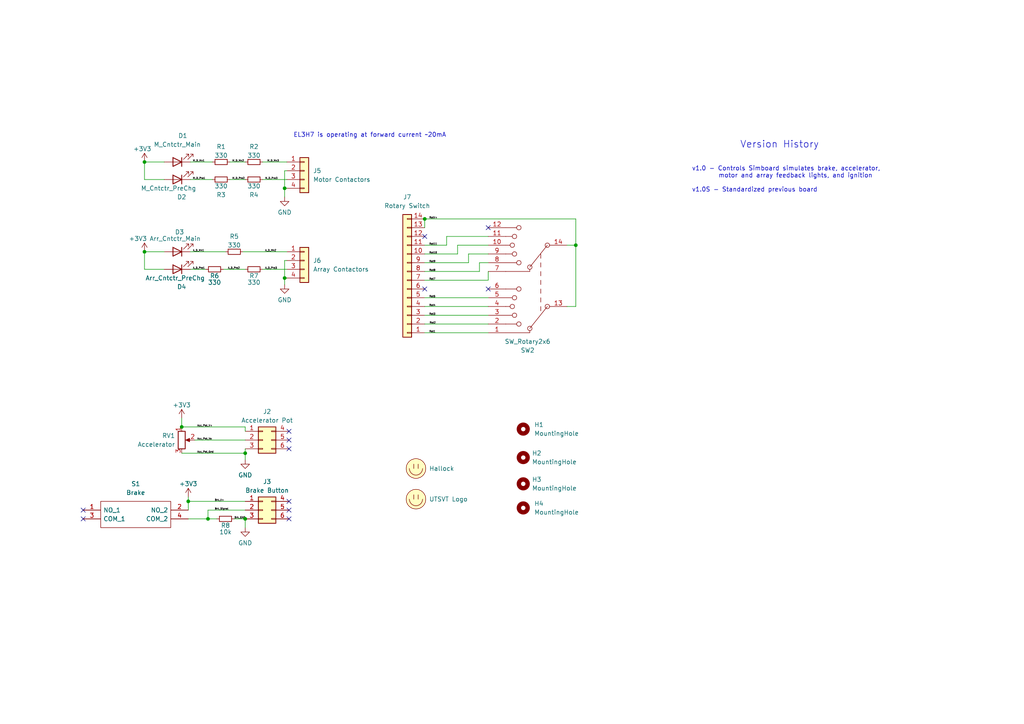
<source format=kicad_sch>
(kicad_sch (version 20230121) (generator eeschema)
  (paper "A4")
  (lib_symbols
    (symbol "Connector_Generic:Conn_01x04" (pin_names (offset 1.016) hide)
      (property "Reference" "J" (at 0 5.08 0))
      (property "Value" "Conn_01x04" (at 0 -7.62 0))
      (symbol "Conn_01x04_1_1"
        (rectangle (start -1.27 -4.953) (end 0 -5.207) (stroke (width 0.1524)))
        (rectangle (start -1.27 -2.413) (end 0 -2.667) (stroke (width 0.1524)))
        (rectangle (start -1.27 0.127) (end 0 -0.127) (stroke (width 0.1524)))
        (rectangle (start -1.27 2.667) (end 0 2.413) (stroke (width 0.1524)))
        (rectangle (start -1.27 3.81) (end 1.27 -6.35) (stroke (width 0.254)) (fill (type background)))
        (pin passive line (at -5.08 2.54 0) (length 3.81) (name "Pin_1") (number "1"))
        (pin passive line (at -5.08 0 0) (length 3.81) (name "Pin_2") (number "2"))
        (pin passive line (at -5.08 -2.54 0) (length 3.81) (name "Pin_3") (number "3"))
        (pin passive line (at -5.08 -5.08 0) (length 3.81) (name "Pin_4") (number "4"))
      )
    )
    (symbol "Connector_Generic:Conn_01x14" (pin_names (offset 1.016) hide)
      (property "Reference" "J" (at 0 17.78 0))
      (property "Value" "Conn_01x14" (at 0 -20.32 0))
      (symbol "Conn_01x14_1_1"
        (rectangle (start -1.27 -17.653) (end 0 -17.907) (stroke (width 0.1524)))
        (rectangle (start -1.27 -15.113) (end 0 -15.367) (stroke (width 0.1524)))
        (rectangle (start -1.27 -12.573) (end 0 -12.827) (stroke (width 0.1524)))
        (rectangle (start -1.27 -10.033) (end 0 -10.287) (stroke (width 0.1524)))
        (rectangle (start -1.27 -7.493) (end 0 -7.747) (stroke (width 0.1524)))
        (rectangle (start -1.27 -4.953) (end 0 -5.207) (stroke (width 0.1524)))
        (rectangle (start -1.27 -2.413) (end 0 -2.667) (stroke (width 0.1524)))
        (rectangle (start -1.27 0.127) (end 0 -0.127) (stroke (width 0.1524)))
        (rectangle (start -1.27 2.667) (end 0 2.413) (stroke (width 0.1524)))
        (rectangle (start -1.27 5.207) (end 0 4.953) (stroke (width 0.1524)))
        (rectangle (start -1.27 7.747) (end 0 7.493) (stroke (width 0.1524)))
        (rectangle (start -1.27 10.287) (end 0 10.033) (stroke (width 0.1524)))
        (rectangle (start -1.27 12.827) (end 0 12.573) (stroke (width 0.1524)))
        (rectangle (start -1.27 15.367) (end 0 15.113) (stroke (width 0.1524)))
        (rectangle (start -1.27 16.51) (end 1.27 -19.05) (stroke (width 0.254)) (fill (type background)))
        (pin passive line (at -5.08 15.24 0) (length 3.81) (name "Pin_1") (number "1"))
        (pin passive line (at -5.08 -7.62 0) (length 3.81) (name "Pin_10") (number "10"))
        (pin passive line (at -5.08 -10.16 0) (length 3.81) (name "Pin_11") (number "11"))
        (pin passive line (at -5.08 -12.7 0) (length 3.81) (name "Pin_12") (number "12"))
        (pin passive line (at -5.08 -15.24 0) (length 3.81) (name "Pin_13") (number "13"))
        (pin passive line (at -5.08 -17.78 0) (length 3.81) (name "Pin_14") (number "14"))
        (pin passive line (at -5.08 12.7 0) (length 3.81) (name "Pin_2") (number "2"))
        (pin passive line (at -5.08 10.16 0) (length 3.81) (name "Pin_3") (number "3"))
        (pin passive line (at -5.08 7.62 0) (length 3.81) (name "Pin_4") (number "4"))
        (pin passive line (at -5.08 5.08 0) (length 3.81) (name "Pin_5") (number "5"))
        (pin passive line (at -5.08 2.54 0) (length 3.81) (name "Pin_6") (number "6"))
        (pin passive line (at -5.08 0 0) (length 3.81) (name "Pin_7") (number "7"))
        (pin passive line (at -5.08 -2.54 0) (length 3.81) (name "Pin_8") (number "8"))
        (pin passive line (at -5.08 -5.08 0) (length 3.81) (name "Pin_9") (number "9"))
      )
    )
    (symbol "Connector_Generic:Conn_02x03_Top_Bottom" (pin_names (offset 1.016) hide)
      (property "Reference" "J" (at 1.27 5.08 0))
      (property "Value" "Conn_02x03_Top_Bottom" (at 1.27 -5.08 0))
      (symbol "Conn_02x03_Top_Bottom_1_1"
        (rectangle (start -1.27 -2.413) (end 0 -2.667) (stroke (width 0.1524)))
        (rectangle (start -1.27 0.127) (end 0 -0.127) (stroke (width 0.1524)))
        (rectangle (start -1.27 2.667) (end 0 2.413) (stroke (width 0.1524)))
        (rectangle (start -1.27 3.81) (end 3.81 -3.81) (stroke (width 0.254)) (fill (type background)))
        (rectangle (start 3.81 -2.413) (end 2.54 -2.667) (stroke (width 0.1524)))
        (rectangle (start 3.81 0.127) (end 2.54 -0.127) (stroke (width 0.1524)))
        (rectangle (start 3.81 2.667) (end 2.54 2.413) (stroke (width 0.1524)))
        (pin passive line (at -5.08 2.54 0) (length 3.81) (name "Pin_1") (number "1"))
        (pin passive line (at -5.08 0 0) (length 3.81) (name "Pin_2") (number "2"))
        (pin passive line (at -5.08 -2.54 0) (length 3.81) (name "Pin_3") (number "3"))
        (pin passive line (at 7.62 2.54 180) (length 3.81) (name "Pin_4") (number "4"))
        (pin passive line (at 7.62 0 180) (length 3.81) (name "Pin_5") (number "5"))
        (pin passive line (at 7.62 -2.54 180) (length 3.81) (name "Pin_6") (number "6"))
      )
    )
    (symbol "Device:LED" (pin_numbers hide) (pin_names (offset 1.016) hide)
      (property "Reference" "D" (at 0 2.54 0))
      (property "Value" "LED" (at 0 -2.54 0))
      (symbol "LED_0_1"
        (polyline (pts (xy -1.27 -1.27) (xy -1.27 1.27)) (stroke (width 0.254)))
        (polyline (pts (xy -1.27 0) (xy 1.27 0)))
        (polyline (pts (xy 1.27 -1.27) (xy 1.27 1.27) (xy -1.27 0) (xy 1.27 -1.27)) (stroke (width 0.254)))
        (polyline (pts (xy -3.048 -0.762) (xy -4.572 -2.286) (xy -3.81 -2.286) (xy -4.572 -2.286) (xy -4.572 -1.524)))
        (polyline (pts (xy -1.778 -0.762) (xy -3.302 -2.286) (xy -2.54 -2.286) (xy -3.302 -2.286) (xy -3.302 -1.524)))
      )
      (symbol "LED_1_1"
        (pin passive line (at -3.81 0 0) (length 2.54) (name "K") (number "1"))
        (pin passive line (at 3.81 0 180) (length 2.54) (name "A") (number "2"))
      )
    )
    (symbol "Device:R_Potentiometer" (pin_names (offset 1.016) hide)
      (property "Reference" "RV" (at -4.445 0 90))
      (property "Value" "R_Potentiometer" (at -2.54 0 90))
      (symbol "R_Potentiometer_0_1"
        (polyline (pts (xy 2.54 0) (xy 1.524 0)))
        (polyline (pts (xy 1.143 0) (xy 2.286 0.508) (xy 2.286 -0.508) (xy 1.143 0)) (fill (type outline)))
        (rectangle (start 1.016 2.54) (end -1.016 -2.54) (stroke (width 0.254)))
      )
      (symbol "R_Potentiometer_1_1"
        (pin passive line (at 0 3.81 270) (length 1.27) (name "1") (number "1"))
        (pin passive line (at 3.81 0 180) (length 1.27) (name "2") (number "2"))
        (pin passive line (at 0 -3.81 90) (length 1.27) (name "3") (number "3"))
      )
    )
    (symbol "Device:R_Small" (pin_numbers hide) (pin_names (offset 0.254) hide)
      (property "Reference" "R" (at 0.762 0.508 0))
      (property "Value" "R_Small" (at 0.762 -1.016 0))
      (symbol "R_Small_0_1"
        (rectangle (start -0.762 1.778) (end 0.762 -1.778) (stroke (width 0.2032)))
      )
      (symbol "R_Small_1_1"
        (pin passive line (at 0 2.54 270) (length 0.762) (name "~") (number "1"))
        (pin passive line (at 0 -2.54 90) (length 0.762) (name "~") (number "2"))
      )
    )
    (symbol "Mechanical:MountingHole" (pin_names (offset 1.016))
      (property "Reference" "H" (at 0 5.08 0))
      (property "Value" "MountingHole" (at 0 3.175 0))
      (symbol "MountingHole_0_1"
        (circle (center 0 0) (radius 1.27) (stroke (width 1.27)))
      )
    )
    (symbol "Switch:SW_Rotary2x6" (pin_names (offset 1.016) hide)
      (property "Reference" "SW" (at 0 17.78 0))
      (property "Value" "SW_Rotary2x6" (at 0 -17.78 0))
      (symbol "SW_Rotary2x6_0_0"
        (circle (center -4.445 -10.16) (radius 0.635))
        (circle (center -4.445 7.62) (radius 0.635))
        (polyline (pts (xy -4.445 -10.16) (xy 0.635 -3.81)))
        (polyline (pts (xy -4.445 7.62) (xy 0.635 13.97)))
        (polyline (pts (xy -2.54 -7.62) (xy -2.54 -6.35)))
        (polyline (pts (xy -2.54 -5.08) (xy -2.54 -3.81)))
        (polyline (pts (xy -2.54 -2.54) (xy -2.54 -1.27)))
        (polyline (pts (xy -2.54 0) (xy -2.54 1.27)))
        (polyline (pts (xy -2.54 2.54) (xy -2.54 3.81)))
        (polyline (pts (xy -2.54 5.08) (xy -2.54 6.35)))
        (polyline (pts (xy -2.54 7.62) (xy -2.54 8.89)))
        (polyline (pts (xy 4.445 -5.08) (xy 7.62 -5.08)))
        (polyline (pts (xy 4.445 12.7) (xy 7.62 12.7)))
        (polyline (pts (xy 5.715 -12.7) (xy 7.62 -12.7)))
        (polyline (pts (xy 5.715 -7.62) (xy 7.62 -7.62)))
        (polyline (pts (xy 5.715 5.08) (xy 7.62 5.08)))
        (polyline (pts (xy 5.715 10.16) (xy 7.62 10.16)))
        (polyline (pts (xy 6.35 -10.16) (xy 7.62 -10.16)))
        (polyline (pts (xy 6.35 7.62) (xy 7.62 7.62)))
        (polyline (pts (xy 7.62 -15.24) (xy 4.445 -15.24)))
        (polyline (pts (xy 7.62 2.54) (xy 4.445 2.54)))
        (polyline (pts (xy 0.635 -3.175) (xy 0.635 -2.54) (xy 7.62 -2.54)))
        (polyline (pts (xy 0.635 14.605) (xy 0.635 15.24) (xy 7.62 15.24)))
        (circle (center 0.635 -3.81) (radius 0.635))
        (circle (center 0.635 13.97) (radius 0.635))
        (circle (center 3.81 -15.24) (radius 0.635))
        (circle (center 3.81 -5.08) (radius 0.635))
        (circle (center 3.81 2.54) (radius 0.635))
        (circle (center 3.81 12.7) (radius 0.635))
        (circle (center 5.08 -12.7) (radius 0.635))
        (circle (center 5.08 -7.62) (radius 0.635))
        (circle (center 5.08 5.08) (radius 0.635))
        (circle (center 5.08 10.16) (radius 0.635))
        (circle (center 5.715 -10.16) (radius 0.635))
        (circle (center 5.715 7.62) (radius 0.635))
      )
      (symbol "SW_Rotary2x6_0_1"
        (pin passive line (at 12.7 15.24 180) (length 5.08) (name "1") (number "1"))
        (pin passive line (at 12.7 -10.16 180) (length 5.08) (name "10") (number "10"))
        (pin passive line (at 12.7 -12.7 180) (length 5.08) (name "11") (number "11"))
        (pin passive line (at 12.7 -15.24 180) (length 5.08) (name "12") (number "12"))
        (pin passive line (at -10.16 7.62 0) (length 5.08) (name "13") (number "13"))
        (pin passive line (at -10.16 -10.16 0) (length 5.08) (name "14") (number "14"))
        (pin passive line (at 12.7 12.7 180) (length 5.08) (name "2") (number "2"))
        (pin passive line (at 12.7 10.16 180) (length 5.08) (name "3") (number "3"))
        (pin passive line (at 12.7 7.62 180) (length 5.08) (name "4") (number "4"))
        (pin passive line (at 12.7 5.08 180) (length 5.08) (name "5") (number "5"))
        (pin passive line (at 12.7 2.54 180) (length 5.08) (name "6") (number "6"))
        (pin passive line (at 12.7 -2.54 180) (length 5.08) (name "7") (number "7"))
        (pin passive line (at 12.7 -5.08 180) (length 5.08) (name "8") (number "8"))
        (pin passive line (at 12.7 -7.62 180) (length 5.08) (name "9") (number "9"))
      )
    )
    (symbol "TS16-1212-95-BK-260-SMT-TR:TS16-1212-95-BK-260-SMT-TR" (pin_names (offset 0.762))
      (property "Reference" "S" (at 26.67 7.62 0))
      (property "Value" "TS16-1212-95-BK-260-SMT-TR" (at 26.67 5.08 0))
      (symbol "TS16-1212-95-BK-260-SMT-TR_0_0"
        (pin passive line (at 0 0 0) (length 5.08) (name "NO_1") (number "1"))
        (pin passive line (at 30.48 0 180) (length 5.08) (name "NO_2") (number "2"))
        (pin passive line (at 0 -2.54 0) (length 5.08) (name "COM_1") (number "3"))
        (pin passive line (at 30.48 -2.54 180) (length 5.08) (name "COM_2") (number "4"))
      )
      (symbol "TS16-1212-95-BK-260-SMT-TR_0_1"
        (polyline (pts (xy 5.08 2.54) (xy 25.4 2.54) (xy 25.4 -5.08) (xy 5.08 -5.08) (xy 5.08 2.54)) (stroke (width 0.1524)))
      )
    )
    (symbol "power:+3V3" (power) (pin_names (offset 0))
      (property "Value" "+3V3" (at 0 3.556 0))
      (symbol "+3V3_0_1"
        (polyline (pts (xy -0.762 1.27) (xy 0 2.54)))
        (polyline (pts (xy 0 0) (xy 0 2.54)))
        (polyline (pts (xy 0 2.54) (xy 0.762 1.27)))
      )
      (symbol "+3V3_1_1"
        (pin power_in line (at 0 0 90) (length 0) hide (name "+3V3") (number "1"))
      )
    )
    (symbol "power:GND" (power) (pin_names (offset 0))
      (property "Value" "GND" (at 0 -3.81 0))
      (symbol "GND_0_1"
        (polyline (pts (xy 0 0) (xy 0 -1.27) (xy 1.27 -1.27) (xy 0 -2.54) (xy -1.27 -1.27) (xy 0 -1.27)))
      )
      (symbol "GND_1_1"
        (pin power_in line (at 0 0 270) (length 0) hide (name "GND") (number "1"))
      )
    )
    (symbol "utsvt-misc:Logo_Placeholder" (pin_names (offset 1.016))
      (property "Value" "Logo_Placeholder" (at 0 3.81 0))
      (symbol "Logo_Placeholder_0_1"
        (arc (start -1.905 0) (mid 0 -1.8967) (end 1.905 0))
        (polyline (pts (xy -0.635 1.27) (xy -0.635 0)))
        (polyline (pts (xy 0.635 1.27) (xy 0.635 0)))
        (circle (center 0 0) (radius 2.8448) (fill (type background)))
      )
    )
  )
  (junction (at 41.91 46.99))
  (junction (at 123.19 63.5))
  (junction (at 41.91 73.025))
  (junction (at 82.55 80.645))
  (junction (at 82.55 54.61))
  (junction (at 167.005 71.12))
  (junction (at 52.705 123.825))
  (junction (at 71.12 150.495))
  (junction (at 54.61 145.415))
  (junction (at 71.12 131.445))
  (junction (at 60.325 150.495))
  (no_connect (at 141.605 83.82))
  (no_connect (at 141.605 66.04))
  (no_connect (at 123.19 83.82))
  (no_connect (at 123.19 68.58))
  (no_connect (at 83.82 125.095))
  (no_connect (at 83.82 127.635))
  (no_connect (at 83.82 130.175))
  (no_connect (at 83.82 145.415))
  (no_connect (at 83.82 147.955))
  (no_connect (at 83.82 150.495))
  (no_connect (at 24.13 147.955))
  (no_connect (at 24.13 150.495))
  (wire (pts (xy 82.55 49.53) (xy 82.55 54.61)))
  (wire (pts (xy 52.705 123.825) (xy 71.12 123.825)))
  (wire (pts (xy 135.89 73.66) (xy 135.89 76.2)))
  (wire (pts (xy 66.675 52.07) (xy 71.12 52.07)))
  (wire (pts (xy 167.005 71.12) (xy 167.005 63.5)))
  (wire (pts (xy 66.675 46.99) (xy 71.12 46.99)))
  (wire (pts (xy 141.605 68.58) (xy 129.54 68.58)))
  (wire (pts (xy 55.245 73.025) (xy 65.405 73.025)))
  (wire (pts (xy 54.61 144.145) (xy 54.61 145.415)))
  (wire (pts (xy 47.625 52.07) (xy 41.91 52.07)))
  (wire (pts (xy 164.465 88.9) (xy 167.005 88.9)))
  (wire (pts (xy 82.55 80.645) (xy 83.185 80.645)))
  (wire (pts (xy 54.61 147.955) (xy 54.61 145.415)))
  (wire (pts (xy 123.19 66.04) (xy 123.19 63.5)))
  (wire (pts (xy 55.245 46.99) (xy 61.595 46.99)))
  (wire (pts (xy 82.55 75.565) (xy 82.55 80.645)))
  (wire (pts (xy 47.625 78.105) (xy 41.91 78.105)))
  (wire (pts (xy 64.77 78.105) (xy 71.12 78.105)))
  (wire (pts (xy 129.54 68.58) (xy 129.54 71.12)))
  (wire (pts (xy 141.605 73.66) (xy 135.89 73.66)))
  (wire (pts (xy 41.91 78.105) (xy 41.91 73.025)))
  (wire (pts (xy 71.12 131.445) (xy 71.12 133.35)))
  (wire (pts (xy 167.005 88.9) (xy 167.005 71.12)))
  (wire (pts (xy 141.605 93.98) (xy 123.19 93.98)))
  (wire (pts (xy 141.605 86.36) (xy 123.19 86.36)))
  (wire (pts (xy 56.515 127.635) (xy 71.12 127.635)))
  (wire (pts (xy 71.12 150.495) (xy 71.12 153.035)))
  (wire (pts (xy 55.245 78.105) (xy 59.69 78.105)))
  (wire (pts (xy 141.605 88.9) (xy 123.19 88.9)))
  (wire (pts (xy 60.325 147.955) (xy 71.12 147.955)))
  (wire (pts (xy 139.065 76.2) (xy 139.065 78.74)))
  (wire (pts (xy 52.705 121.285) (xy 52.705 123.825)))
  (wire (pts (xy 83.185 75.565) (xy 82.55 75.565)))
  (wire (pts (xy 76.2 52.07) (xy 83.185 52.07)))
  (wire (pts (xy 132.715 73.66) (xy 123.19 73.66)))
  (wire (pts (xy 167.005 71.12) (xy 164.465 71.12)))
  (wire (pts (xy 76.2 78.105) (xy 83.185 78.105)))
  (wire (pts (xy 141.605 71.12) (xy 132.715 71.12)))
  (wire (pts (xy 55.245 52.07) (xy 61.595 52.07)))
  (wire (pts (xy 54.61 150.495) (xy 60.325 150.495)))
  (wire (pts (xy 141.605 81.28) (xy 141.605 78.74)))
  (wire (pts (xy 52.705 131.445) (xy 71.12 131.445)))
  (wire (pts (xy 82.55 54.61) (xy 83.185 54.61)))
  (wire (pts (xy 141.605 91.44) (xy 123.19 91.44)))
  (wire (pts (xy 54.61 145.415) (xy 71.12 145.415)))
  (wire (pts (xy 135.89 76.2) (xy 123.19 76.2)))
  (wire (pts (xy 71.12 123.825) (xy 71.12 125.095)))
  (wire (pts (xy 71.12 131.445) (xy 71.12 130.175)))
  (wire (pts (xy 70.485 73.025) (xy 83.185 73.025)))
  (wire (pts (xy 82.55 54.61) (xy 82.55 57.15)))
  (wire (pts (xy 41.91 46.99) (xy 47.625 46.99)))
  (wire (pts (xy 60.325 150.495) (xy 62.865 150.495)))
  (wire (pts (xy 83.185 49.53) (xy 82.55 49.53)))
  (wire (pts (xy 60.325 150.495) (xy 60.325 147.955)))
  (wire (pts (xy 67.945 150.495) (xy 71.12 150.495)))
  (wire (pts (xy 141.605 96.52) (xy 123.19 96.52)))
  (wire (pts (xy 141.605 76.2) (xy 139.065 76.2)))
  (wire (pts (xy 41.91 73.025) (xy 47.625 73.025)))
  (wire (pts (xy 76.2 46.99) (xy 83.185 46.99)))
  (wire (pts (xy 139.065 78.74) (xy 123.19 78.74)))
  (wire (pts (xy 167.005 63.5) (xy 123.19 63.5)))
  (wire (pts (xy 129.54 71.12) (xy 123.19 71.12)))
  (wire (pts (xy 141.605 81.28) (xy 123.19 81.28)))
  (wire (pts (xy 82.55 80.645) (xy 82.55 82.55)))
  (wire (pts (xy 41.91 52.07) (xy 41.91 46.99)))
  (wire (pts (xy 132.715 71.12) (xy 132.715 73.66)))
  (text "v1.0 - Controls Simboard simulates brake, accelerator,\n	   motor and array feedback lights, and ignition\n\nv1.0S - Standardized previous board" (at 200.66 55.88 0) (effects (font (size 1.27 1.27)) (justify left bottom)))
  (text "EL3H7 is operating at forward current ~20mA" (at 85.09 40.005 0) (effects (font (size 1.27 1.27)) (justify left bottom)))
  (text "Version History" (at 214.63 43.18 0) (effects (font (size 2 2)) (justify left bottom)))
  (label "M_D_Pre1" (at 55.88 52.07 0) (effects (font (size 0.5 0.5))))
  (label "M_D_Mn2" (at 67.31 46.99 0) (effects (font (size 0.5 0.5))))
  (label "Brk_GND" (at 67.945 150.495 0) (effects (font (size 0.5 0.5))))
  (label "Rot3" (at 124.46 91.44 0) (effects (font (size 0.5 0.5))))
  (label "Brk_Signal" (at 62.23 147.955 0) (effects (font (size 0.5 0.5))))
  (label "Rot1" (at 124.46 96.52 0) (effects (font (size 0.5 0.5))))
  (label "A_D_Pre3" (at 76.835 78.105 0) (effects (font (size 0.5 0.5))))
  (label "Rot10" (at 124.46 73.66 0) (effects (font (size 0.5 0.5))))
  (label "Rot11" (at 124.46 71.12 0) (effects (font (size 0.5 0.5))))
  (label "Brk_V+" (at 62.23 145.415 0) (effects (font (size 0.5 0.5))))
  (label "A_D_Pre2" (at 66.04 78.105 0) (effects (font (size 0.5 0.5))))
  (label "Rot5" (at 124.46 86.36 0) (effects (font (size 0.5 0.5))))
  (label "Acc_Pot_V+" (at 57.15 123.825 0) (effects (font (size 0.5 0.5))))
  (label "M_D_Mn3" (at 77.47 46.99 0) (effects (font (size 0.5 0.5))))
  (label "Rot7" (at 124.46 81.28 0) (effects (font (size 0.5 0.5))))
  (label "Acc_Pot_Gnd" (at 57.15 131.445 0) (effects (font (size 0.5 0.5))))
  (label "Rot9" (at 124.46 76.2 0) (effects (font (size 0.5 0.5))))
  (label "Rot2" (at 124.5398 93.98 0) (effects (font (size 0.5 0.5))))
  (label "A_D_Mn1" (at 55.88 73.025 0) (effects (font (size 0.5 0.5))))
  (label "RotV+" (at 124.46 63.5 0) (effects (font (size 0.5 0.5))))
  (label "Acc_Pot_Vo" (at 57.15 127.635 0) (effects (font (size 0.5 0.5))))
  (label "Rot8" (at 124.46 78.74 0) (effects (font (size 0.5 0.5))))
  (label "A_D_Pre1" (at 55.88 78.105 0) (effects (font (size 0.5 0.5))))
  (label "M_D_Mn1" (at 55.88 46.99 0) (effects (font (size 0.5 0.5))))
  (label "A_D_Mn2" (at 76.835 73.025 0) (effects (font (size 0.5 0.5))))
  (label "M_D_Pre2" (at 67.31 52.07 0) (effects (font (size 0.5 0.5))))
  (label "Rot4" (at 124.46 88.9 0) (effects (font (size 0.5 0.5))))
  (label "M_D_Pre3" (at 76.835 52.07 0) (effects (font (size 0.5 0.5))))
  (symbol (lib_id "power:GND") (at 82.55 82.55 0) (unit 1)
    (property "Reference" "#PWR06" (effects hide))
    (property "Value" "GND" (at 82.55 86.995 0))
  )
  (symbol (lib_id "Device:LED") (at 51.435 73.025 180) (unit 1)
    (property "Reference" "D3" (at 52.07 67.31 0))
    (property "Value" "Arr_Cntctr_Main" (at 50.8 69.215 0))
    (property "Footprint" "LED_SMD:LED_0805_2012Metric" (effects hide))
    (property "Color" "Blue" (effects hide))
    (property "MFG PN" "APTD2012LVBC/D" (effects hide))
  )
  (symbol (lib_id "Device:R_Small") (at 65.405 150.495 90) (unit 1)
    (property "Reference" "R8" (at 65.405 152.4 90))
    (property "Value" "10k" (at 65.405 154.305 90))
    (property "Footprint" "Resistor_SMD:R_0805_2012Metric" (effects hide))
    (property "Mfg PN" "CRCW080510K0FKEAC" (effects hide))
  )
  (symbol (lib_id "Device:LED") (at 51.435 78.105 180) (unit 1)
    (property "Reference" "D4" (at 52.705 83.185 0))
    (property "Value" "Arr_Cntctr_PreChg" (at 50.8 80.645 0))
    (property "Footprint" "LED_SMD:LED_0805_2012Metric" (effects hide))
    (property "Color" "Green" (effects hide))
    (property "MFG PN" "APTD2012LCGCK" (effects hide))
  )
  (symbol (lib_id "Device:LED") (at 51.435 46.99 180) (unit 1)
    (property "Reference" "D1" (at 53.0225 39.37 0))
    (property "Value" "M_Cntctr_Main" (at 51.435 41.91 0))
    (property "Footprint" "LED_SMD:LED_0805_2012Metric" (effects hide))
    (property "Datasheet" "https://www.mouser.com/ProductDetail/Kingbright/APTD2012LVBC-D?qs=AQlKX63v8RtBBvAHcuxu8A%3D%3D" (effects hide))
    (property "MFG PN" "APTD2012LSYCK" (effects hide))
    (property "Color" "Yellow" (effects hide))
  )
  (symbol (lib_id "Connector_Generic:Conn_02x03_Top_Bottom") (at 76.2 127.635 0) (unit 1)
    (property "Reference" "J2" (at 77.47 119.38 0))
    (property "Value" "Accelerator Pot" (at 77.47 121.92 0))
    (property "Footprint" "Connector_Molex:Molex_Micro-Fit_3.0_43045-0612_2x03_P3.00mm_Vertical" (effects hide))
  )
  (symbol (lib_id "Device:R_Small") (at 62.23 78.105 90) (unit 1)
    (property "Reference" "R6" (at 62.23 80.01 90))
    (property "Value" "330" (at 62.23 81.915 90))
    (property "Footprint" "Resistor_SMD:R_0805_2012Metric" (effects hide))
  )
  (symbol (lib_id "utsvt-misc:Logo_Placeholder") (at 120.65 135.89 0) (unit 1)
    (property "Reference" "LOGO1" (effects hide))
    (property "Value" "Hallock" (at 124.46 135.8899 0) (effects (justify left)))
    (property "Footprint" "UTSVT_Special:Hallock_Image_Small" (effects hide))
  )
  (symbol (lib_id "Mechanical:MountingHole") (at 151.765 124.46 0) (unit 1)
    (property "Reference" "H1" (at 154.94 123.1899 0) (effects (justify left)))
    (property "Value" "MountingHole" (at 154.94 125.7299 0) (effects (justify left)))
    (property "Footprint" "MountingHole:MountingHole_3.2mm_M3" (effects hide))
  )
  (symbol (lib_id "Switch:SW_Rotary2x6") (at 154.305 81.28 180) (unit 1)
    (property "Reference" "SW2" (at 153.035 101.6 0))
    (property "Value" "SW_Rotary2x6" (at 153.035 99.06 0))
    (property "Footprint" "Footprints:CK1035" (effects hide))
    (property "Datasheet" "http://cdn-reichelt.de/documents/datenblatt/C200/DS-Serie%23LOR.pdf" (effects hide))
  )
  (symbol (lib_id "power:GND") (at 71.12 133.35 0) (unit 1)
    (property "Reference" "#PWR07" (effects hide))
    (property "Value" "GND" (at 71.12 137.795 0))
  )
  (symbol (lib_id "Device:R_Small") (at 64.135 52.07 270) (unit 1)
    (property "Reference" "R3" (at 64.135 56.515 90))
    (property "Value" "330" (at 64.135 53.975 90))
    (property "Footprint" "Resistor_SMD:R_0805_2012Metric" (effects hide))
  )
  (symbol (lib_id "power:+3V3") (at 41.91 46.99 0) (unit 1)
    (property "Reference" "#PWR03" (effects hide))
    (property "Value" "+3V3" (at 41.275 43.18 0))
  )
  (symbol (lib_id "Device:R_Small") (at 73.66 78.105 90) (unit 1)
    (property "Reference" "R7" (at 73.66 80.01 90))
    (property "Value" "330" (at 73.66 81.915 90))
    (property "Footprint" "Resistor_SMD:R_0805_2012Metric" (effects hide))
  )
  (symbol (lib_id "power:+3V3") (at 41.91 73.025 0) (unit 1)
    (property "Reference" "#PWR01" (effects hide))
    (property "Value" "+3V3" (at 40.005 69.215 0))
  )
  (symbol (lib_id "TS16-1212-95-BK-260-SMT-TR:TS16-1212-95-BK-260-SMT-TR") (at 24.13 147.955 0) (unit 1)
    (property "Reference" "S1" (at 39.37 140.335 0))
    (property "Value" "Brake" (at 39.37 142.875 0))
    (property "Footprint" "Footprints:TS16121295BK260SMTTR" (effects hide))
    (property "Datasheet" "https://www.cuidevices.com/product/resource/ts16.pdf" (effects hide))
    (property "Description" "Tactile Switches 12 x 12 mm 9.5 mm Actuactor Height 260gf Black Surface Mount TR SPST" (effects hide))
    (property "Height" "9.7" (effects hide))
    (property "Manufacturer_Name" "CUI Inc." (effects hide))
    (property "Manufacturer_Part_Number" "TS16-1212-95-BK-260-SMT-TR" (effects hide))
  )
  (symbol (lib_id "utsvt-misc:Logo_Placeholder") (at 120.65 144.78 0) (unit 1)
    (property "Reference" "LOGO2" (effects hide))
    (property "Value" "UTSVT Logo" (at 124.46 144.7799 0) (effects (justify left)))
    (property "Footprint" "UTSVT_Special:UTSVT_Logo_Symbol" (effects hide))
  )
  (symbol (lib_id "Mechanical:MountingHole") (at 151.765 132.715 0) (unit 1)
    (property "Reference" "H2" (at 154.305 131.4449 0) (effects (justify left)))
    (property "Value" "MountingHole" (at 154.305 133.9849 0) (effects (justify left)))
    (property "Footprint" "MountingHole:MountingHole_3.2mm_M3" (effects hide))
  )
  (symbol (lib_id "power:GND") (at 71.12 153.035 0) (unit 1)
    (property "Reference" "#PWR08" (effects hide))
    (property "Value" "GND" (at 71.12 157.48 0))
  )
  (symbol (lib_id "Device:R_Small") (at 73.66 52.07 270) (unit 1)
    (property "Reference" "R4" (at 73.66 56.515 90))
    (property "Value" "330" (at 73.66 53.975 90))
    (property "Footprint" "Resistor_SMD:R_0805_2012Metric" (effects hide))
  )
  (symbol (lib_id "Mechanical:MountingHole") (at 151.765 147.32 0) (unit 1)
    (property "Reference" "H4" (at 154.94 146.0499 0) (effects (justify left)))
    (property "Value" "MountingHole" (at 154.94 148.5899 0) (effects (justify left)))
    (property "Footprint" "MountingHole:MountingHole_3.2mm_M3" (effects hide))
  )
  (symbol (lib_id "Connector_Generic:Conn_02x03_Top_Bottom") (at 76.2 147.955 0) (unit 1)
    (property "Reference" "J3" (at 77.47 139.7 0))
    (property "Value" "Brake Button" (at 77.47 142.24 0))
    (property "Footprint" "Connector_Molex:Molex_Micro-Fit_3.0_43045-0612_2x03_P3.00mm_Vertical" (effects hide))
  )
  (symbol (lib_id "Mechanical:MountingHole") (at 151.765 140.335 0) (unit 1)
    (property "Reference" "H3" (at 154.305 139.0649 0) (effects (justify left)))
    (property "Value" "MountingHole" (at 154.305 141.6049 0) (effects (justify left)))
    (property "Footprint" "MountingHole:MountingHole_3.2mm_M3" (effects hide))
  )
  (symbol (lib_id "Device:R_Potentiometer") (at 52.705 127.635 0) (unit 1)
    (property "Reference" "RV1" (at 50.8 126.3649 0) (effects (justify right)))
    (property "Value" "Accelerator" (at 50.8 128.9049 0) (effects (justify right)))
    (property "Footprint" "Footprints:PTA4543" (effects hide))
    (property "Datasheet" "https://www.mouser.com/datasheet/2/54/pta-778345.pdf" (effects hide))
  )
  (symbol (lib_id "Device:R_Small") (at 64.135 46.99 90) (unit 1)
    (property "Reference" "R1" (at 64.135 42.545 90))
    (property "Value" "330" (at 64.135 45.085 90))
    (property "Footprint" "Resistor_SMD:R_0805_2012Metric" (effects hide))
  )
  (symbol (lib_id "power:+3V3") (at 54.61 144.145 0) (unit 1)
    (property "Reference" "#PWR04" (effects hide))
    (property "Value" "+3V3" (at 54.61 140.335 0))
  )
  (symbol (lib_id "Device:R_Small") (at 73.66 46.99 90) (unit 1)
    (property "Reference" "R2" (at 73.66 42.545 90))
    (property "Value" "330" (at 73.66 45.085 90))
    (property "Footprint" "Resistor_SMD:R_0805_2012Metric" (effects hide))
  )
  (symbol (lib_id "Connector_Generic:Conn_01x04") (at 88.265 49.53 0) (unit 1)
    (property "Reference" "J5" (at 90.805 49.5299 0) (effects (justify left)))
    (property "Value" "Motor Contactors" (at 90.805 52.0699 0) (effects (justify left)))
    (property "Footprint" "Connector_Molex:Molex_Micro-Fit_3.0_43650-0415_1x04_P3.00mm_Vertical" (effects hide))
  )
  (symbol (lib_id "Device:R_Small") (at 67.945 73.025 90) (unit 1)
    (property "Reference" "R5" (at 67.945 68.58 90))
    (property "Value" "330" (at 67.945 71.12 90))
    (property "Footprint" "Resistor_SMD:R_0805_2012Metric" (effects hide))
  )
  (symbol (lib_id "Connector_Generic:Conn_01x04") (at 88.265 75.565 0) (unit 1)
    (property "Reference" "J6" (at 90.805 75.5649 0) (effects (justify left)))
    (property "Value" "Array Contactors" (at 90.805 78.1049 0) (effects (justify left)))
    (property "Footprint" "Connector_Molex:Molex_Micro-Fit_3.0_43650-0415_1x04_P3.00mm_Vertical" (effects hide))
  )
  (symbol (lib_id "power:GND") (at 82.55 57.15 0) (unit 1)
    (property "Reference" "#PWR05" (effects hide))
    (property "Value" "GND" (at 82.55 61.595 0))
  )
  (symbol (lib_id "Connector_Generic:Conn_01x14") (at 118.11 81.28 180) (unit 1)
    (property "Reference" "J7" (at 118.11 57.15 0))
    (property "Value" "Rotary Switch" (at 118.11 59.69 0))
    (property "Footprint" "Connector_Molex:Molex_Micro-Fit_3.0_43045-1412_2x07_P3.00mm_Vertical" (effects hide))
  )
  (symbol (lib_id "Device:LED") (at 51.435 52.07 180) (unit 1)
    (property "Reference" "D2" (at 52.705 57.15 0))
    (property "Value" "M_Cntctr_PreChg" (at 48.895 54.61 0))
    (property "Footprint" "LED_SMD:LED_0805_2012Metric" (effects hide))
    (property "MFG PN" "APTD2012LSURCK" (effects hide))
    (property "Color" "Red" (effects hide))
  )
  (symbol (lib_id "power:+3V3") (at 52.705 121.285 0) (unit 1)
    (property "Reference" "#PWR02" (effects hide))
    (property "Value" "+3V3" (at 52.705 117.475 0))
  )
)
</source>
